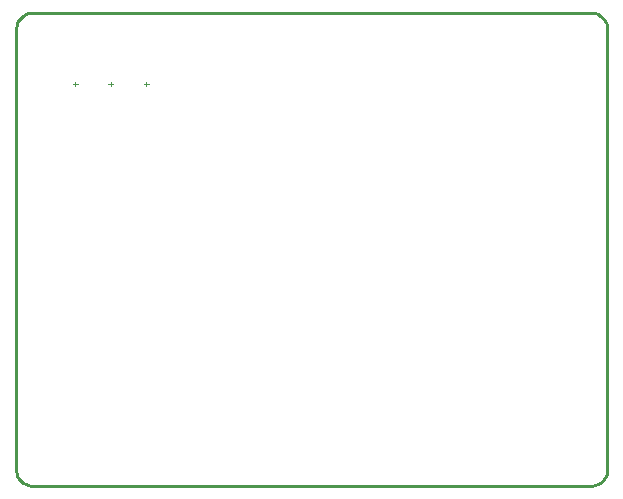
<source format=gm1>
G04*
G04 #@! TF.GenerationSoftware,Altium Limited,Altium Designer,21.6.1 (37)*
G04*
G04 Layer_Color=16711935*
%FSLAX25Y25*%
%MOIN*%
G70*
G04*
G04 #@! TF.SameCoordinates,35447041-0B5E-4321-A350-582B76B9CE47*
G04*
G04*
G04 #@! TF.FilePolarity,Positive*
G04*
G01*
G75*
%ADD11C,0.01000*%
%ADD51C,0.00394*%
D11*
X196850Y152480D02*
X196754Y153456D01*
X196470Y154394D01*
X196008Y155258D01*
X195386Y156016D01*
X194628Y156638D01*
X193764Y157100D01*
X192826Y157384D01*
X191850Y157480D01*
Y0D02*
X192826Y96D01*
X193764Y381D01*
X194628Y843D01*
X195386Y1464D01*
X196008Y2222D01*
X196470Y3087D01*
X196754Y4025D01*
X196850Y5000D01*
X0D02*
X96Y4025D01*
X381Y3087D01*
X843Y2222D01*
X1464Y1464D01*
X2222Y843D01*
X3087Y381D01*
X4025Y96D01*
X5000Y0D01*
Y157480D02*
X4025Y157384D01*
X3087Y157100D01*
X2222Y156638D01*
X1464Y156016D01*
X843Y155258D01*
X381Y154394D01*
X96Y153456D01*
X0Y152480D01*
X152480Y157480D02*
X191850D01*
X196850Y5000D02*
Y152480D01*
X152480Y0D02*
X191850D01*
X5000D02*
X152480D01*
X5000Y157480D02*
X152480D01*
X0Y5000D02*
Y152480D01*
D51*
X18898Y133858D02*
X20472D01*
X19685Y133071D02*
Y134646D01*
X42520Y133858D02*
X44094D01*
X43307Y133071D02*
Y134646D01*
X30709Y133858D02*
X32284D01*
X31496Y133071D02*
Y134646D01*
M02*

</source>
